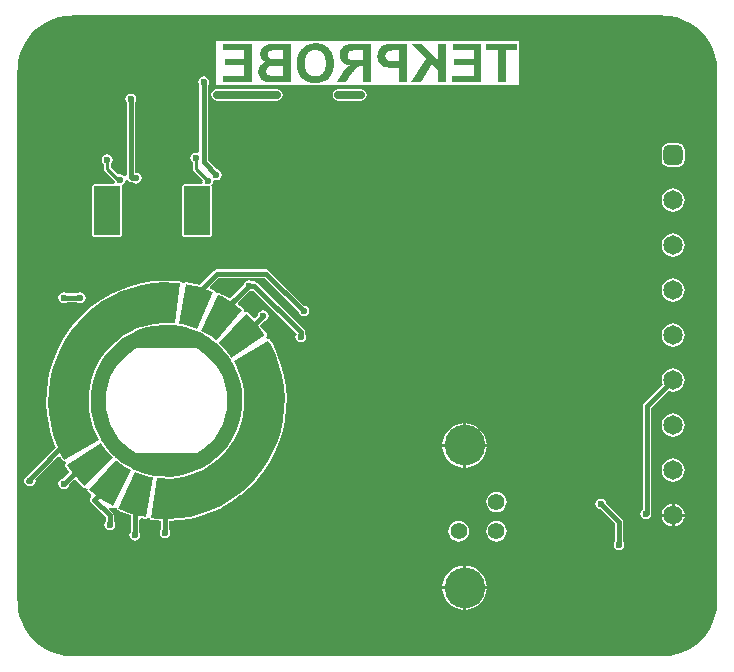
<source format=gbl>
G04*
G04 #@! TF.GenerationSoftware,Altium Limited,Altium Designer,20.0.13 (296)*
G04*
G04 Layer_Physical_Order=2*
G04 Layer_Color=16711680*
%FSLAX25Y25*%
%MOIN*%
G70*
G01*
G75*
%ADD16C,0.03937*%
%ADD42C,0.00945*%
%ADD43C,0.02500*%
%ADD45C,0.01500*%
%ADD47C,0.05591*%
%ADD48C,0.13583*%
%ADD49C,0.06496*%
G04:AMPARAMS|DCode=50|XSize=64.96mil|YSize=64.96mil|CornerRadius=16.24mil|HoleSize=0mil|Usage=FLASHONLY|Rotation=270.000|XOffset=0mil|YOffset=0mil|HoleType=Round|Shape=RoundedRectangle|*
%AMROUNDEDRECTD50*
21,1,0.06496,0.03248,0,0,270.0*
21,1,0.03248,0.06496,0,0,270.0*
1,1,0.03248,-0.01624,-0.01624*
1,1,0.03248,-0.01624,0.01624*
1,1,0.03248,0.01624,0.01624*
1,1,0.03248,0.01624,-0.01624*
%
%ADD50ROUNDEDRECTD50*%
%ADD51C,0.23622*%
%ADD52C,0.01968*%
%ADD53C,0.02362*%
G36*
X215739Y215016D02*
X216538Y215016D01*
Y215006D01*
X216539Y215006D01*
X217324Y214973D01*
X218911Y214869D01*
X221242Y214405D01*
X223493Y213641D01*
X225624Y212590D01*
X227601Y211269D01*
X229387Y209702D01*
X230955Y207916D01*
X232275Y205939D01*
X233326Y203808D01*
X234090Y201557D01*
X234554Y199226D01*
X234658Y197640D01*
X234691Y196853D01*
X234691Y196853D01*
X234701D01*
X234701Y196054D01*
Y20481D01*
X234701Y19713D01*
X234693Y19705D01*
X234691Y19695D01*
X234691Y19695D01*
Y19689D01*
X234669Y19169D01*
X234658Y18895D01*
X234554Y17309D01*
X234090Y14978D01*
X233326Y12728D01*
X232275Y10596D01*
X230955Y8620D01*
X229387Y6833D01*
X227601Y5266D01*
X225624Y3946D01*
X223493Y2894D01*
X221242Y2130D01*
X218911Y1667D01*
X217325Y1563D01*
X216539Y1529D01*
X216538Y1529D01*
Y1520D01*
X20471D01*
X19682Y1520D01*
Y1529D01*
X19672Y1528D01*
X18889Y1563D01*
X17309Y1667D01*
X14978Y2130D01*
X12728Y2894D01*
X10596Y3946D01*
X8620Y5266D01*
X6833Y6833D01*
X5266Y8620D01*
X3946Y10596D01*
X2894Y12728D01*
X2130Y14978D01*
X1667Y17309D01*
X1563Y18896D01*
X1529Y19682D01*
X1529Y19682D01*
X1520D01*
X1520Y196054D01*
X1520Y196853D01*
X1529D01*
X1529Y196853D01*
X1563Y197640D01*
X1667Y199226D01*
X2130Y201557D01*
X2894Y203808D01*
X3946Y205939D01*
X5266Y207916D01*
X6833Y209702D01*
X8620Y211269D01*
X10596Y212590D01*
X12728Y213641D01*
X14978Y214405D01*
X17309Y214869D01*
X18889Y214972D01*
X19672Y215008D01*
X19682Y215006D01*
Y215016D01*
X20471Y215016D01*
X215739D01*
D02*
G37*
%LPC*%
G36*
X168600Y206378D02*
X67801D01*
Y191900D01*
X168600D01*
Y206378D01*
D02*
G37*
G36*
X116000Y190386D02*
X108500D01*
X107778Y190243D01*
X107166Y189834D01*
X106757Y189222D01*
X106614Y188500D01*
X106757Y187778D01*
X107166Y187166D01*
X107778Y186757D01*
X108500Y186614D01*
X116000D01*
X116722Y186757D01*
X117334Y187166D01*
X117743Y187778D01*
X117886Y188500D01*
X117743Y189222D01*
X117334Y189834D01*
X116722Y190243D01*
X116000Y190386D01*
D02*
G37*
G36*
X68000Y190517D02*
X67278Y190374D01*
X66666Y189965D01*
X66257Y189353D01*
X66114Y188631D01*
Y188500D01*
X66257Y187778D01*
X66666Y187166D01*
X67278Y186757D01*
X68000Y186614D01*
X88000D01*
X88722Y186757D01*
X89334Y187166D01*
X89743Y187778D01*
X89886Y188500D01*
X89743Y189222D01*
X89334Y189834D01*
X88722Y190243D01*
X88000Y190386D01*
X68659D01*
X68000Y190517D01*
D02*
G37*
G36*
X63541Y194750D02*
X62846Y194611D01*
X62257Y194218D01*
X61863Y193629D01*
X61725Y192934D01*
X61863Y192239D01*
X62164Y191788D01*
Y169753D01*
X61364Y169244D01*
X61000Y169316D01*
X60305Y169178D01*
X59716Y168784D01*
X59322Y168195D01*
X59184Y167500D01*
X59322Y166805D01*
X59716Y166216D01*
X59907Y166088D01*
Y164000D01*
X59907Y164000D01*
X59990Y163582D01*
X60227Y163227D01*
X63229Y160225D01*
X63184Y160000D01*
X63252Y159657D01*
X62732Y158857D01*
X57054Y158857D01*
X56595Y158667D01*
X56405Y158208D01*
X56405Y141716D01*
X56595Y141257D01*
X57054Y141066D01*
X65695D01*
X66154Y141257D01*
X66344Y141716D01*
X66344Y158208D01*
X66167Y158637D01*
X66284Y158716D01*
X66678Y159305D01*
X66729Y159565D01*
X67012Y160036D01*
X67598Y160145D01*
X67827Y160100D01*
X68522Y160238D01*
X69111Y160632D01*
X69505Y161221D01*
X69643Y161916D01*
X69505Y162611D01*
X69111Y163200D01*
X68522Y163594D01*
X67990Y163699D01*
X64917Y166772D01*
Y191788D01*
X65219Y192239D01*
X65357Y192934D01*
X65219Y193629D01*
X64825Y194218D01*
X64236Y194611D01*
X63541Y194750D01*
D02*
G37*
G36*
X221715Y172392D02*
X218466D01*
X217599Y172219D01*
X216863Y171727D01*
X216372Y170992D01*
X216199Y170124D01*
Y166876D01*
X216372Y166008D01*
X216863Y165273D01*
X217599Y164781D01*
X218466Y164608D01*
X221715D01*
X222582Y164781D01*
X223318Y165273D01*
X223810Y166008D01*
X223982Y166876D01*
Y170124D01*
X223810Y170992D01*
X223318Y171727D01*
X222582Y172219D01*
X221715Y172392D01*
D02*
G37*
G36*
X39261Y188927D02*
X38566Y188789D01*
X37977Y188395D01*
X37584Y187806D01*
X37445Y187111D01*
X37584Y186416D01*
X37885Y185965D01*
Y161701D01*
X37085Y161458D01*
X37034Y161534D01*
X36445Y161928D01*
X35750Y162066D01*
X35108Y161938D01*
X32594Y164453D01*
Y165671D01*
X32660Y165716D01*
X33054Y166305D01*
X33192Y167000D01*
X33054Y167695D01*
X32660Y168284D01*
X32071Y168678D01*
X31376Y168816D01*
X30681Y168678D01*
X30092Y168284D01*
X29699Y167695D01*
X29560Y167000D01*
X29699Y166305D01*
X30092Y165716D01*
X30406Y165506D01*
Y164000D01*
X30406Y164000D01*
X30490Y163582D01*
X30727Y163227D01*
X33991Y159962D01*
X34052Y159657D01*
X33973Y159416D01*
X33576Y158857D01*
X27054Y158857D01*
X26595Y158667D01*
X26405Y158208D01*
X26405Y141716D01*
X26595Y141257D01*
X27054Y141066D01*
X35695D01*
X36154Y141257D01*
X36344Y141716D01*
X36344Y158208D01*
X36303Y158307D01*
X36445Y158572D01*
X37034Y158966D01*
X37428Y159555D01*
X37496Y159899D01*
X38081Y160087D01*
X38350Y160091D01*
X38677Y159765D01*
X39123Y159467D01*
X39650Y159362D01*
X39893D01*
X40344Y159061D01*
X41039Y158922D01*
X41734Y159061D01*
X42323Y159454D01*
X42717Y160043D01*
X42855Y160738D01*
X42717Y161433D01*
X42323Y162022D01*
X41734Y162416D01*
X41039Y162554D01*
X40638Y162883D01*
Y185965D01*
X40939Y186416D01*
X41077Y187111D01*
X40939Y187806D01*
X40545Y188395D01*
X39956Y188789D01*
X39261Y188927D01*
D02*
G37*
G36*
X220091Y157381D02*
X219086Y157249D01*
X218150Y156861D01*
X217346Y156244D01*
X216729Y155441D01*
X216342Y154505D01*
X216209Y153500D01*
X216342Y152496D01*
X216729Y151559D01*
X217346Y150756D01*
X218150Y150139D01*
X219086Y149751D01*
X220091Y149619D01*
X221095Y149751D01*
X222031Y150139D01*
X222835Y150756D01*
X223452Y151559D01*
X223839Y152496D01*
X223972Y153500D01*
X223839Y154505D01*
X223452Y155441D01*
X222835Y156244D01*
X222031Y156861D01*
X221095Y157249D01*
X220091Y157381D01*
D02*
G37*
G36*
Y142381D02*
X219086Y142249D01*
X218150Y141861D01*
X217346Y141244D01*
X216729Y140441D01*
X216342Y139505D01*
X216209Y138500D01*
X216342Y137496D01*
X216729Y136559D01*
X217346Y135756D01*
X218150Y135139D01*
X219086Y134751D01*
X220091Y134619D01*
X221095Y134751D01*
X222031Y135139D01*
X222835Y135756D01*
X223452Y136559D01*
X223839Y137496D01*
X223972Y138500D01*
X223839Y139505D01*
X223452Y140441D01*
X222835Y141244D01*
X222031Y141861D01*
X221095Y142249D01*
X220091Y142381D01*
D02*
G37*
G36*
X22500Y122816D02*
X21805Y122678D01*
X21354Y122376D01*
X18146D01*
X17695Y122678D01*
X17000Y122816D01*
X16305Y122678D01*
X15716Y122284D01*
X15322Y121695D01*
X15184Y121000D01*
X15322Y120305D01*
X15716Y119716D01*
X16305Y119322D01*
X17000Y119184D01*
X17695Y119322D01*
X18146Y119623D01*
X21354D01*
X21805Y119322D01*
X22500Y119184D01*
X23195Y119322D01*
X23784Y119716D01*
X24178Y120305D01*
X24316Y121000D01*
X24178Y121695D01*
X23784Y122284D01*
X23195Y122678D01*
X22500Y122816D01*
D02*
G37*
G36*
X220091Y127381D02*
X219086Y127249D01*
X218150Y126861D01*
X217346Y126244D01*
X216729Y125441D01*
X216342Y124504D01*
X216209Y123500D01*
X216342Y122495D01*
X216729Y121559D01*
X217346Y120756D01*
X218150Y120139D01*
X219086Y119751D01*
X220091Y119619D01*
X221095Y119751D01*
X222031Y120139D01*
X222835Y120756D01*
X223452Y121559D01*
X223839Y122495D01*
X223972Y123500D01*
X223839Y124504D01*
X223452Y125441D01*
X222835Y126244D01*
X222031Y126861D01*
X221095Y127249D01*
X220091Y127381D01*
D02*
G37*
G36*
X67917Y130377D02*
X67391Y130272D01*
X66944Y129973D01*
X66944Y129973D01*
X62112Y125141D01*
X61310Y125376D01*
X61289Y125374D01*
X61272Y125386D01*
X58967Y125914D01*
X58947Y125910D01*
X58929Y125921D01*
X57780Y126113D01*
X57763Y126116D01*
X57762Y126116D01*
X57762Y126116D01*
X57762Y126116D01*
X57762Y126116D01*
X57757Y126117D01*
X57757Y126117D01*
X57651Y126092D01*
X57625Y126103D01*
X57601Y126093D01*
X57504Y126109D01*
X57504Y126109D01*
X57494Y126106D01*
X57494Y126106D01*
X57485Y126100D01*
X57485Y126100D01*
X57389Y126031D01*
X57266Y126003D01*
X57263Y126002D01*
X57263Y126002D01*
X57255Y125996D01*
X57255Y125996D01*
X57249Y125987D01*
X57248Y125987D01*
X57214Y125933D01*
X57166Y125912D01*
X57142Y125855D01*
X57089Y125817D01*
X56298Y125895D01*
X56280Y125897D01*
X56270Y125921D01*
X56211Y126127D01*
X56177Y126146D01*
X56161Y126183D01*
X55964Y126265D01*
Y126265D01*
X55946Y126275D01*
X55777Y126369D01*
X53977Y126577D01*
X53947Y126568D01*
X53918Y126581D01*
X50295Y126665D01*
X50266Y126653D01*
X50235Y126663D01*
X46621Y126414D01*
X46592Y126400D01*
X46561Y126407D01*
X42985Y125827D01*
X42958Y125811D01*
X42926Y125815D01*
X39418Y124909D01*
X39393Y124890D01*
X39361Y124891D01*
X35951Y123667D01*
X35927Y123645D01*
X35896Y123644D01*
X32612Y122111D01*
X32591Y122088D01*
X32560Y122084D01*
X29431Y120256D01*
X29412Y120231D01*
X29381Y120224D01*
X26433Y118116D01*
X26416Y118089D01*
X26386Y118079D01*
X23645Y115710D01*
X23630Y115682D01*
X23601Y115669D01*
X21089Y113058D01*
X21077Y113029D01*
X21049Y113014D01*
X18788Y110183D01*
X18779Y110153D01*
X18752Y110135D01*
X16760Y107108D01*
X16754Y107077D01*
X16729Y107057D01*
X15023Y103861D01*
X15020Y103829D01*
X14997Y103807D01*
X13592Y100467D01*
X13592Y100435D01*
X13571Y100411D01*
X12479Y96956D01*
X12481Y96925D01*
X12463Y96899D01*
X11692Y93358D01*
X11698Y93327D01*
X11682Y93300D01*
X11240Y89703D01*
X11248Y89673D01*
X11235Y89644D01*
X11125Y86022D01*
X11136Y85992D01*
X11126Y85962D01*
X11349Y82346D01*
X11363Y82317D01*
X11355Y82286D01*
X11909Y78706D01*
X11925Y78679D01*
X11921Y78647D01*
X12801Y75132D01*
X12820Y75107D01*
X12818Y75075D01*
X14018Y71656D01*
X14039Y71632D01*
X14040Y71601D01*
X14272Y71095D01*
X4538Y61361D01*
X4430Y61289D01*
X4358Y61181D01*
X4141Y60964D01*
X3843Y60518D01*
X3738Y59991D01*
X3843Y59464D01*
X4141Y59018D01*
X4306Y58908D01*
X4430Y58721D01*
X5020Y58327D01*
X5714Y58189D01*
X6409Y58327D01*
X6999Y58721D01*
X7392Y59310D01*
X7530Y60005D01*
X7455Y60385D01*
X14898Y67828D01*
X15897Y67695D01*
X16478Y66682D01*
X16872Y66379D01*
X17196Y66421D01*
X17223Y66391D01*
X17602Y65768D01*
X17616Y65730D01*
X17430Y65462D01*
X17518Y64973D01*
X18151Y63988D01*
X18168Y63976D01*
X18173Y63956D01*
X18948Y62895D01*
X16837Y60784D01*
X16305Y60678D01*
X15716Y60284D01*
X15322Y59695D01*
X15184Y59000D01*
X15322Y58305D01*
X15716Y57716D01*
X16305Y57322D01*
X17000Y57184D01*
X17695Y57322D01*
X18284Y57716D01*
X18678Y58305D01*
X18784Y58837D01*
X20244Y60298D01*
X20793Y60272D01*
X21183Y60105D01*
X22687Y58489D01*
X22706Y58480D01*
X22715Y58461D01*
X23561Y57654D01*
X23695Y57602D01*
X23787Y57566D01*
X23787D01*
X24010Y57474D01*
X24017Y57477D01*
X24025Y57474D01*
X24325Y57603D01*
X24348Y57589D01*
X24846Y57149D01*
X24918Y57051D01*
X24820Y56753D01*
X24895Y56605D01*
X25043Y56309D01*
X25895Y55575D01*
X25973Y55467D01*
X26063Y55257D01*
X26104Y54652D01*
X26027Y54575D01*
X25728Y54128D01*
X25624Y53601D01*
X25728Y53075D01*
X26027Y52628D01*
X30864Y47790D01*
Y46405D01*
X30563Y45954D01*
X30425Y45259D01*
X30563Y44564D01*
X30957Y43975D01*
X31546Y43581D01*
X32241Y43443D01*
X32936Y43581D01*
X33525Y43975D01*
X33919Y44564D01*
X34057Y45259D01*
X33919Y45954D01*
X33617Y46405D01*
Y48360D01*
X33512Y48887D01*
X33214Y49334D01*
X33214Y49334D01*
X31948Y50600D01*
X32424Y51255D01*
X33066Y50930D01*
X33218Y50918D01*
X33360Y50859D01*
X33360Y50859D01*
X33457Y50899D01*
X33561Y50891D01*
X33677Y50991D01*
X33782Y51034D01*
X33782Y51034D01*
X34538Y50723D01*
X34538Y50723D01*
X34530Y50429D01*
X34872Y50069D01*
X35957Y49584D01*
X35978Y49584D01*
X35993Y49570D01*
X38218Y48734D01*
X38239Y48734D01*
X38255Y48721D01*
X39278Y48406D01*
Y42958D01*
X38976Y42507D01*
X38838Y41812D01*
X38976Y41117D01*
X39370Y40528D01*
X39959Y40134D01*
X40654Y39996D01*
X41349Y40134D01*
X41938Y40528D01*
X42332Y41117D01*
X42470Y41812D01*
X42332Y42507D01*
X42031Y42958D01*
Y47006D01*
X42660Y47500D01*
X42873Y47449D01*
X42893Y47452D01*
X42911Y47440D01*
X43917Y47259D01*
X44080Y47230D01*
X44081Y47230D01*
X44140Y47243D01*
X44196Y47219D01*
X44376Y47294D01*
X44566Y47335D01*
X44566Y47335D01*
X44599Y47386D01*
X44655Y47409D01*
X45433Y47512D01*
X45504Y47501D01*
X45542Y47486D01*
X45627Y47171D01*
X46058Y46924D01*
X47877Y46689D01*
X47908Y46698D01*
X47937Y46684D01*
X49296Y46636D01*
Y43725D01*
X48994Y43273D01*
X48856Y42579D01*
X48994Y41884D01*
X49388Y41295D01*
X49977Y40901D01*
X50672Y40763D01*
X51367Y40901D01*
X51956Y41295D01*
X52350Y41884D01*
X52488Y42579D01*
X52350Y43273D01*
X52049Y43725D01*
Y46578D01*
X55323Y46767D01*
X55352Y46781D01*
X55383Y46774D01*
X59009Y47325D01*
X59036Y47341D01*
X59068Y47337D01*
X62627Y48223D01*
X62653Y48242D01*
X62685Y48240D01*
X66146Y49453D01*
X66170Y49474D01*
X66202Y49475D01*
X69535Y51004D01*
X69557Y51028D01*
X69589Y51032D01*
X72765Y52864D01*
X72785Y52890D01*
X72816Y52897D01*
X75809Y55017D01*
X75826Y55044D01*
X75857Y55054D01*
X78639Y57443D01*
X78654Y57471D01*
X78683Y57484D01*
X81232Y60121D01*
X81243Y60151D01*
X81272Y60166D01*
X83564Y63029D01*
X83573Y63060D01*
X83600Y63078D01*
X85616Y66141D01*
X85622Y66172D01*
X85647Y66193D01*
X87370Y69430D01*
X87373Y69462D01*
X87396Y69485D01*
X88810Y72868D01*
X88810Y72900D01*
X88831Y72925D01*
X89925Y76425D01*
X89922Y76457D01*
X89941Y76484D01*
X90705Y80070D01*
X90699Y80102D01*
X90714Y80130D01*
X91142Y83772D01*
X91133Y83803D01*
X91146Y83833D01*
X91233Y87499D01*
X91221Y87529D01*
X91232Y87559D01*
X90977Y91217D01*
X90963Y91246D01*
X90970Y91277D01*
X90377Y94897D01*
X90360Y94924D01*
X90365Y94956D01*
X89438Y98504D01*
X89418Y98529D01*
X89420Y98562D01*
X88167Y102008D01*
X88145Y102032D01*
X88144Y102064D01*
X86576Y105379D01*
X86552Y105401D01*
X86548Y105433D01*
X85613Y107010D01*
Y107010D01*
X85546Y107061D01*
X85514Y107138D01*
X85354Y107205D01*
X85215Y107308D01*
X85132Y107296D01*
X85054Y107329D01*
X84895Y107262D01*
X84892Y107262D01*
X84878Y107277D01*
X84500Y107965D01*
X84540Y108062D01*
X84645Y108218D01*
X84632Y108284D01*
X84658Y108347D01*
X84587Y108521D01*
X84551Y108706D01*
X83894Y109698D01*
X83876Y109710D01*
X83871Y109730D01*
X82439Y111632D01*
X82785Y112338D01*
X83663Y113216D01*
X84195Y113322D01*
X84784Y113716D01*
X85178Y114305D01*
X85316Y115000D01*
X85178Y115695D01*
X84784Y116284D01*
X84195Y116678D01*
X83500Y116816D01*
X82805Y116678D01*
X82216Y116284D01*
X81822Y115695D01*
X81716Y115163D01*
X80862Y114309D01*
X80063Y114317D01*
X79194Y115220D01*
X79174Y115228D01*
X79166Y115247D01*
X78290Y116054D01*
X77823Y116225D01*
X77485Y116068D01*
X77363Y116140D01*
X77047Y116400D01*
X76876Y116601D01*
X76909Y116705D01*
X76978Y116928D01*
X76978Y116929D01*
X76978Y116929D01*
X76860Y117154D01*
X76747Y117368D01*
X76747Y117368D01*
X76747Y117369D01*
X75848Y118116D01*
X75828Y118122D01*
X75817Y118140D01*
X75089Y118675D01*
X75029Y119473D01*
X78756Y123200D01*
X79288Y123306D01*
X79739Y123608D01*
X79946D01*
X94555Y108998D01*
Y108989D01*
X94254Y108538D01*
X94116Y107843D01*
X94254Y107148D01*
X94648Y106559D01*
X95237Y106166D01*
X95932Y106027D01*
X96627Y106166D01*
X97216Y106559D01*
X97609Y107148D01*
X97748Y107843D01*
X97609Y108538D01*
X97308Y108989D01*
Y109568D01*
X97203Y110095D01*
X96905Y110542D01*
X81489Y125957D01*
X81043Y126256D01*
X80516Y126360D01*
X79739D01*
X79288Y126662D01*
X78593Y126800D01*
X77898Y126662D01*
X77309Y126268D01*
X76915Y125679D01*
X76809Y125147D01*
X72641Y120979D01*
X71905Y120839D01*
X69870Y121991D01*
X69849Y121994D01*
X69835Y122009D01*
X68785Y122524D01*
X68785Y122524D01*
X68785Y122524D01*
X68637Y122534D01*
X68499Y122591D01*
X68499Y122590D01*
X68398Y122549D01*
X68289Y122556D01*
X68289Y122555D01*
X68289Y122555D01*
X68177Y122457D01*
X68084Y122419D01*
X67457Y122723D01*
X67377Y122797D01*
X67374Y122800D01*
X67374Y122806D01*
X67328Y122915D01*
X67332Y123012D01*
X67325Y123019D01*
X67325Y123028D01*
X67325Y123028D01*
X67325Y123050D01*
X67321Y123060D01*
X67231Y123150D01*
X67183Y123268D01*
X67176Y123275D01*
Y123275D01*
X67058Y123325D01*
X66969Y123417D01*
X66965Y123419D01*
X66965Y123419D01*
X65878Y123885D01*
X65724Y124052D01*
X65576Y124712D01*
X68488Y127624D01*
X83930D01*
X95216Y116337D01*
X95322Y115805D01*
X95716Y115216D01*
X96305Y114822D01*
X97000Y114684D01*
X97695Y114822D01*
X98284Y115216D01*
X98678Y115805D01*
X98816Y116500D01*
X98678Y117195D01*
X98284Y117784D01*
X97695Y118178D01*
X97163Y118284D01*
X85473Y129973D01*
X85027Y130272D01*
X84500Y130376D01*
X67917D01*
X67917Y130377D01*
D02*
G37*
G36*
X220091Y112381D02*
X219086Y112249D01*
X218150Y111861D01*
X217346Y111244D01*
X216729Y110441D01*
X216342Y109504D01*
X216209Y108500D01*
X216342Y107495D01*
X216729Y106559D01*
X217346Y105756D01*
X218150Y105139D01*
X219086Y104751D01*
X220091Y104619D01*
X221095Y104751D01*
X222031Y105139D01*
X222835Y105756D01*
X223452Y106559D01*
X223839Y107495D01*
X223972Y108500D01*
X223839Y109504D01*
X223452Y110441D01*
X222835Y111244D01*
X222031Y111861D01*
X221095Y112249D01*
X220091Y112381D01*
D02*
G37*
G36*
Y97381D02*
X219086Y97249D01*
X218150Y96861D01*
X217346Y96244D01*
X216729Y95441D01*
X216342Y94504D01*
X216209Y93500D01*
X216342Y92496D01*
X216575Y91931D01*
X210431Y85787D01*
X210132Y85340D01*
X210028Y84813D01*
Y50374D01*
X209712Y50163D01*
X209318Y49574D01*
X209180Y48879D01*
X209318Y48184D01*
X209712Y47595D01*
X210301Y47201D01*
X210996Y47063D01*
X211691Y47201D01*
X212280Y47595D01*
X212674Y48184D01*
X212812Y48879D01*
X212767Y49104D01*
X212780Y49171D01*
Y84243D01*
X218522Y89985D01*
X219086Y89751D01*
X220091Y89619D01*
X221095Y89751D01*
X222031Y90139D01*
X222835Y90756D01*
X223452Y91559D01*
X223839Y92496D01*
X223972Y93500D01*
X223839Y94504D01*
X223452Y95441D01*
X222835Y96244D01*
X222031Y96861D01*
X221095Y97249D01*
X220091Y97381D01*
D02*
G37*
G36*
Y82381D02*
X219086Y82249D01*
X218150Y81861D01*
X217346Y81244D01*
X216729Y80441D01*
X216342Y79505D01*
X216209Y78500D01*
X216342Y77495D01*
X216729Y76559D01*
X217346Y75756D01*
X218150Y75139D01*
X219086Y74751D01*
X220091Y74619D01*
X221095Y74751D01*
X222031Y75139D01*
X222835Y75756D01*
X223452Y76559D01*
X223839Y77495D01*
X223972Y78500D01*
X223839Y79505D01*
X223452Y80441D01*
X222835Y81244D01*
X222031Y81861D01*
X221095Y82249D01*
X220091Y82381D01*
D02*
G37*
G36*
X151035Y79079D02*
Y72201D01*
X157913D01*
X157820Y73150D01*
X157397Y74543D01*
X156711Y75827D01*
X155787Y76952D01*
X154662Y77876D01*
X153378Y78562D01*
X151984Y78985D01*
X151035Y79079D01*
D02*
G37*
G36*
X150035Y79079D02*
X149086Y78985D01*
X147693Y78562D01*
X146409Y77876D01*
X145284Y76952D01*
X144360Y75827D01*
X143674Y74543D01*
X143251Y73150D01*
X143158Y72201D01*
X150035D01*
Y79079D01*
D02*
G37*
G36*
Y71201D02*
X143158D01*
X143251Y70252D01*
X143674Y68858D01*
X144360Y67574D01*
X145284Y66449D01*
X146409Y65525D01*
X147693Y64839D01*
X149086Y64416D01*
X150035Y64323D01*
Y71201D01*
D02*
G37*
G36*
X157913D02*
X151035D01*
Y64323D01*
X151984Y64416D01*
X153378Y64839D01*
X154662Y65525D01*
X155787Y66449D01*
X156711Y67574D01*
X157397Y68858D01*
X157820Y70252D01*
X157913Y71201D01*
D02*
G37*
G36*
X220091Y67381D02*
X219086Y67249D01*
X218150Y66861D01*
X217346Y66244D01*
X216729Y65441D01*
X216342Y64504D01*
X216209Y63500D01*
X216342Y62495D01*
X216729Y61559D01*
X217346Y60756D01*
X218150Y60139D01*
X219086Y59751D01*
X220091Y59619D01*
X221095Y59751D01*
X222031Y60139D01*
X222835Y60756D01*
X223452Y61559D01*
X223839Y62495D01*
X223972Y63500D01*
X223839Y64504D01*
X223452Y65441D01*
X222835Y66244D01*
X222031Y66861D01*
X221095Y67249D01*
X220091Y67381D01*
D02*
G37*
G36*
X161165Y56346D02*
X160279Y56229D01*
X159453Y55887D01*
X158744Y55343D01*
X158200Y54633D01*
X157858Y53807D01*
X157741Y52921D01*
X157858Y52035D01*
X158200Y51209D01*
X158744Y50500D01*
X159453Y49955D01*
X160279Y49613D01*
X161165Y49497D01*
X162052Y49613D01*
X162878Y49955D01*
X163587Y50500D01*
X164131Y51209D01*
X164473Y52035D01*
X164590Y52921D01*
X164473Y53807D01*
X164131Y54633D01*
X163587Y55343D01*
X162878Y55887D01*
X162052Y56229D01*
X161165Y56346D01*
D02*
G37*
G36*
X220590Y52315D02*
Y49000D01*
X223906D01*
X223839Y49505D01*
X223452Y50441D01*
X222835Y51244D01*
X222031Y51861D01*
X221095Y52249D01*
X220590Y52315D01*
D02*
G37*
G36*
X219590Y52315D02*
X219086Y52249D01*
X218150Y51861D01*
X217346Y51244D01*
X216729Y50441D01*
X216342Y49505D01*
X216275Y49000D01*
X219590D01*
Y52315D01*
D02*
G37*
G36*
Y48000D02*
X216275D01*
X216342Y47495D01*
X216729Y46559D01*
X217346Y45756D01*
X218150Y45139D01*
X219086Y44751D01*
X219590Y44685D01*
Y48000D01*
D02*
G37*
G36*
X223906D02*
X220590D01*
Y44685D01*
X221095Y44751D01*
X222031Y45139D01*
X222835Y45756D01*
X223452Y46559D01*
X223839Y47495D01*
X223906Y48000D01*
D02*
G37*
G36*
X161165Y46503D02*
X160279Y46387D01*
X159453Y46044D01*
X158744Y45500D01*
X158200Y44791D01*
X157858Y43965D01*
X157741Y43079D01*
X157858Y42192D01*
X158200Y41366D01*
X158744Y40657D01*
X159453Y40113D01*
X160279Y39771D01*
X161165Y39654D01*
X162052Y39771D01*
X162878Y40113D01*
X163587Y40657D01*
X164131Y41366D01*
X164473Y42192D01*
X164590Y43079D01*
X164473Y43965D01*
X164131Y44791D01*
X163587Y45500D01*
X162878Y46044D01*
X162052Y46387D01*
X161165Y46503D01*
D02*
G37*
G36*
X148567D02*
X147681Y46387D01*
X146855Y46044D01*
X146145Y45500D01*
X145601Y44791D01*
X145259Y43965D01*
X145142Y43079D01*
X145259Y42192D01*
X145601Y41366D01*
X146145Y40657D01*
X146855Y40113D01*
X147681Y39771D01*
X148567Y39654D01*
X149453Y39771D01*
X150279Y40113D01*
X150988Y40657D01*
X151533Y41366D01*
X151875Y42192D01*
X151991Y43079D01*
X151875Y43965D01*
X151533Y44791D01*
X150988Y45500D01*
X150279Y46044D01*
X149453Y46387D01*
X148567Y46503D01*
D02*
G37*
G36*
X195941Y54007D02*
X195246Y53869D01*
X194657Y53475D01*
X194263Y52886D01*
X194125Y52191D01*
X194263Y51496D01*
X194657Y50907D01*
X195246Y50513D01*
X195892Y50384D01*
X200634Y45642D01*
Y39765D01*
X200333Y39314D01*
X200195Y38619D01*
X200333Y37924D01*
X200727Y37335D01*
X201316Y36941D01*
X202011Y36803D01*
X202706Y36941D01*
X203295Y37335D01*
X203689Y37924D01*
X203827Y38619D01*
X203689Y39314D01*
X203387Y39765D01*
Y46212D01*
X203282Y46739D01*
X202984Y47186D01*
X197701Y52468D01*
X197618Y52886D01*
X197225Y53475D01*
X196635Y53869D01*
X195941Y54007D01*
D02*
G37*
G36*
X151035Y31677D02*
Y24799D01*
X157913D01*
X157820Y25748D01*
X157397Y27141D01*
X156711Y28425D01*
X155787Y29551D01*
X154662Y30474D01*
X153378Y31161D01*
X151984Y31583D01*
X151035Y31677D01*
D02*
G37*
G36*
X150035D02*
X149086Y31583D01*
X147693Y31161D01*
X146409Y30474D01*
X145284Y29551D01*
X144360Y28425D01*
X143674Y27141D01*
X143251Y25748D01*
X143158Y24799D01*
X150035D01*
Y31677D01*
D02*
G37*
G36*
X157913Y23799D02*
X151035D01*
Y16921D01*
X151984Y17015D01*
X153378Y17437D01*
X154662Y18124D01*
X155787Y19047D01*
X156711Y20173D01*
X157397Y21457D01*
X157820Y22850D01*
X157913Y23799D01*
D02*
G37*
G36*
X150035D02*
X143158D01*
X143251Y22850D01*
X143674Y21457D01*
X144360Y20173D01*
X145284Y19047D01*
X146409Y18124D01*
X147693Y17437D01*
X149086Y17015D01*
X150035Y16921D01*
Y23799D01*
D02*
G37*
%LPD*%
G36*
X144226Y192733D02*
X141644D01*
Y196598D01*
X139545Y198748D01*
X136013Y192733D01*
X132664D01*
X137762Y200563D01*
X132914Y205545D01*
X136396D01*
X141644Y199847D01*
Y205545D01*
X144226D01*
Y192733D01*
D02*
G37*
G36*
X168000Y203379D02*
X164201D01*
Y192733D01*
X161619D01*
Y203379D01*
X157837D01*
Y205545D01*
X168000D01*
Y203379D01*
D02*
G37*
G36*
X156155Y192733D02*
X146425D01*
Y194899D01*
X153572D01*
Y198381D01*
X147158D01*
Y200547D01*
X153572D01*
Y203379D01*
X146675D01*
Y205545D01*
X156155D01*
Y192733D01*
D02*
G37*
G36*
X131298D02*
X128716D01*
Y197565D01*
X126716D01*
X126417Y197581D01*
X126133D01*
X125883Y197598D01*
X125634Y197615D01*
X125417Y197631D01*
X125217Y197648D01*
X125050Y197665D01*
X124884Y197681D01*
X124751Y197698D01*
X124634D01*
X124534Y197715D01*
X124467Y197731D01*
X124417Y197748D01*
X124367D01*
X124118Y197815D01*
X123868Y197898D01*
X123651Y197998D01*
X123451Y198098D01*
X123268Y198198D01*
X123151Y198281D01*
X123068Y198331D01*
X123035Y198348D01*
X122801Y198531D01*
X122585Y198748D01*
X122402Y198947D01*
X122235Y199164D01*
X122102Y199331D01*
X122018Y199480D01*
X121952Y199581D01*
X121935Y199597D01*
Y199614D01*
X121785Y199930D01*
X121685Y200264D01*
X121602Y200597D01*
X121552Y200913D01*
X121519Y201180D01*
Y201296D01*
X121502Y201396D01*
Y201480D01*
Y201546D01*
Y201580D01*
Y201596D01*
Y201880D01*
X121535Y202146D01*
X121619Y202629D01*
X121669Y202863D01*
X121735Y203062D01*
X121802Y203246D01*
X121869Y203429D01*
X121952Y203579D01*
X122018Y203712D01*
X122085Y203829D01*
X122135Y203929D01*
X122185Y203995D01*
X122218Y204045D01*
X122235Y204079D01*
X122252Y204095D01*
X122552Y204429D01*
X122851Y204695D01*
X123168Y204912D01*
X123451Y205078D01*
X123701Y205212D01*
X123818Y205245D01*
X123901Y205278D01*
X123984Y205311D01*
X124034Y205328D01*
X124068Y205345D01*
X124084D01*
X124234Y205378D01*
X124417Y205412D01*
X124634Y205445D01*
X124867Y205462D01*
X125367Y205495D01*
X125900Y205528D01*
X126383D01*
X126600Y205545D01*
X131298D01*
Y192733D01*
D02*
G37*
G36*
X119369D02*
X116787D01*
Y198081D01*
X115954D01*
X115688Y198064D01*
X115471Y198031D01*
X115288Y198014D01*
X115138Y197981D01*
X115055Y197948D01*
X114988Y197931D01*
X114971D01*
X114821Y197864D01*
X114671Y197781D01*
X114538Y197698D01*
X114421Y197615D01*
X114321Y197531D01*
X114255Y197465D01*
X114205Y197415D01*
X114188Y197398D01*
X114105Y197315D01*
X114022Y197215D01*
X113922Y197081D01*
X113822Y196948D01*
X113588Y196632D01*
X113372Y196315D01*
X113155Y196015D01*
X113072Y195882D01*
X112989Y195749D01*
X112922Y195649D01*
X112872Y195582D01*
X112839Y195532D01*
X112822Y195516D01*
X110956Y192733D01*
X107857D01*
X109423Y195232D01*
X109590Y195499D01*
X109757Y195749D01*
X109907Y195982D01*
X110040Y196182D01*
X110173Y196365D01*
X110306Y196532D01*
X110406Y196682D01*
X110506Y196815D01*
X110606Y196932D01*
X110690Y197031D01*
X110806Y197181D01*
X110873Y197265D01*
X110906Y197298D01*
X111123Y197515D01*
X111339Y197715D01*
X111573Y197898D01*
X111789Y198064D01*
X111989Y198198D01*
X112139Y198298D01*
X112256Y198364D01*
X112272Y198381D01*
X112289D01*
X111972Y198431D01*
X111689Y198498D01*
X111423Y198581D01*
X111173Y198664D01*
X110940Y198764D01*
X110740Y198864D01*
X110540Y198964D01*
X110373Y199064D01*
X110223Y199164D01*
X110090Y199264D01*
X109990Y199347D01*
X109907Y199414D01*
X109823Y199480D01*
X109773Y199530D01*
X109757Y199547D01*
X109740Y199564D01*
X109590Y199747D01*
X109457Y199930D01*
X109340Y200130D01*
X109240Y200330D01*
X109090Y200730D01*
X108990Y201113D01*
X108957Y201280D01*
X108940Y201446D01*
X108924Y201580D01*
X108907Y201713D01*
X108890Y201813D01*
Y201880D01*
Y201930D01*
Y201946D01*
X108907Y202363D01*
X108974Y202746D01*
X109074Y203079D01*
X109174Y203379D01*
X109274Y203629D01*
X109324Y203729D01*
X109373Y203812D01*
X109407Y203879D01*
X109440Y203929D01*
X109457Y203945D01*
Y203962D01*
X109690Y204262D01*
X109923Y204528D01*
X110173Y204745D01*
X110423Y204912D01*
X110623Y205045D01*
X110806Y205128D01*
X110873Y205162D01*
X110906Y205178D01*
X110940Y205195D01*
X110956D01*
X111139Y205262D01*
X111339Y205311D01*
X111573Y205362D01*
X111806Y205395D01*
X112306Y205462D01*
X112789Y205495D01*
X113022Y205511D01*
X113239Y205528D01*
X113438D01*
X113605Y205545D01*
X119369D01*
Y192733D01*
D02*
G37*
G36*
X92530D02*
X87732D01*
X87332Y192750D01*
X86649D01*
X86366Y192767D01*
X85883D01*
X85700Y192783D01*
X85533D01*
X85400Y192800D01*
X85200D01*
X85133Y192816D01*
X85066D01*
X84700Y192883D01*
X84367Y192966D01*
X84067Y193050D01*
X83817Y193166D01*
X83617Y193250D01*
X83451Y193333D01*
X83367Y193400D01*
X83334Y193416D01*
X83084Y193616D01*
X82851Y193833D01*
X82667Y194049D01*
X82501Y194266D01*
X82384Y194449D01*
X82284Y194599D01*
X82234Y194699D01*
X82218Y194716D01*
Y194732D01*
X82084Y195049D01*
X81984Y195349D01*
X81901Y195632D01*
X81851Y195899D01*
X81818Y196115D01*
X81801Y196282D01*
Y196349D01*
Y196398D01*
Y196415D01*
Y196432D01*
X81835Y196832D01*
X81901Y197198D01*
X82001Y197531D01*
X82118Y197815D01*
X82234Y198048D01*
X82334Y198214D01*
X82368Y198281D01*
X82401Y198331D01*
X82434Y198348D01*
Y198364D01*
X82701Y198647D01*
X82984Y198897D01*
X83284Y199097D01*
X83567Y199247D01*
X83834Y199381D01*
X83950Y199431D01*
X84034Y199464D01*
X84117Y199497D01*
X84184Y199514D01*
X84217Y199530D01*
X84233D01*
X83934Y199697D01*
X83684Y199864D01*
X83451Y200064D01*
X83267Y200247D01*
X83117Y200413D01*
X83001Y200547D01*
X82934Y200630D01*
X82917Y200663D01*
X82751Y200947D01*
X82634Y201230D01*
X82551Y201513D01*
X82501Y201763D01*
X82451Y201996D01*
X82434Y202163D01*
Y202229D01*
Y202279D01*
Y202296D01*
Y202313D01*
X82451Y202613D01*
X82501Y202896D01*
X82568Y203146D01*
X82634Y203379D01*
X82701Y203562D01*
X82767Y203696D01*
X82817Y203779D01*
X82834Y203812D01*
X82984Y204045D01*
X83151Y204262D01*
X83317Y204445D01*
X83467Y204595D01*
X83617Y204712D01*
X83717Y204812D01*
X83784Y204862D01*
X83817Y204878D01*
X84034Y205012D01*
X84267Y205128D01*
X84500Y205228D01*
X84700Y205295D01*
X84883Y205345D01*
X85017Y205378D01*
X85116Y205412D01*
X85150D01*
X85300Y205428D01*
X85466Y205462D01*
X85816Y205495D01*
X86199Y205511D01*
X86566Y205528D01*
X86899Y205545D01*
X92530D01*
Y192733D01*
D02*
G37*
G36*
X79602D02*
X69873D01*
Y194899D01*
X77020D01*
Y198381D01*
X70606D01*
Y200547D01*
X77020D01*
Y203379D01*
X70122D01*
Y205545D01*
X79602D01*
Y192733D01*
D02*
G37*
G36*
X101360Y205761D02*
X101893Y205695D01*
X102360Y205611D01*
X102576Y205561D01*
X102759Y205528D01*
X102943Y205478D01*
X103093Y205428D01*
X103226Y205378D01*
X103342Y205345D01*
X103443Y205311D01*
X103509Y205278D01*
X103542Y205262D01*
X103559D01*
X103892Y205095D01*
X104192Y204912D01*
X104475Y204728D01*
X104725Y204528D01*
X104925Y204362D01*
X105075Y204229D01*
X105175Y204129D01*
X105192Y204112D01*
X105209Y204095D01*
X105475Y203796D01*
X105708Y203496D01*
X105908Y203212D01*
X106075Y202929D01*
X106208Y202696D01*
X106308Y202513D01*
X106341Y202446D01*
X106375Y202396D01*
X106391Y202363D01*
Y202346D01*
X106591Y201830D01*
X106725Y201263D01*
X106825Y200713D01*
X106908Y200197D01*
X106924Y199964D01*
X106941Y199747D01*
X106958Y199547D01*
Y199381D01*
X106974Y199231D01*
Y199131D01*
Y199064D01*
Y199047D01*
X106958Y198481D01*
X106908Y197965D01*
X106825Y197465D01*
X106708Y196998D01*
X106591Y196565D01*
X106441Y196182D01*
X106291Y195815D01*
X106125Y195499D01*
X105975Y195199D01*
X105825Y194949D01*
X105675Y194732D01*
X105558Y194549D01*
X105442Y194416D01*
X105358Y194316D01*
X105308Y194249D01*
X105292Y194233D01*
X104959Y193933D01*
X104609Y193666D01*
X104242Y193433D01*
X103876Y193233D01*
X103492Y193066D01*
X103126Y192917D01*
X102743Y192816D01*
X102393Y192717D01*
X102060Y192650D01*
X101743Y192600D01*
X101477Y192550D01*
X101227Y192533D01*
X101027Y192517D01*
X100893Y192500D01*
X100760D01*
X100244Y192517D01*
X99761Y192583D01*
X99294Y192667D01*
X98861Y192767D01*
X98461Y192900D01*
X98095Y193050D01*
X97761Y193216D01*
X97462Y193383D01*
X97178Y193533D01*
X96945Y193700D01*
X96745Y193850D01*
X96562Y193983D01*
X96429Y194083D01*
X96345Y194183D01*
X96279Y194233D01*
X96262Y194249D01*
X95962Y194599D01*
X95696Y194966D01*
X95479Y195349D01*
X95279Y195749D01*
X95113Y196149D01*
X94979Y196565D01*
X94863Y196948D01*
X94779Y197331D01*
X94713Y197698D01*
X94646Y198031D01*
X94613Y198331D01*
X94596Y198598D01*
X94579Y198814D01*
X94563Y198981D01*
Y199081D01*
Y199097D01*
Y199114D01*
X94579Y199680D01*
X94629Y200230D01*
X94713Y200730D01*
X94829Y201197D01*
X94963Y201646D01*
X95096Y202046D01*
X95246Y202413D01*
X95412Y202746D01*
X95562Y203029D01*
X95729Y203296D01*
X95862Y203512D01*
X95995Y203696D01*
X96112Y203829D01*
X96195Y203929D01*
X96245Y203995D01*
X96262Y204012D01*
X96595Y204329D01*
X96945Y204595D01*
X97312Y204828D01*
X97678Y205028D01*
X98061Y205212D01*
X98444Y205345D01*
X98811Y205462D01*
X99161Y205561D01*
X99494Y205628D01*
X99811Y205678D01*
X100077Y205728D01*
X100327Y205745D01*
X100527Y205761D01*
X100660Y205778D01*
X100794D01*
X101360Y205761D01*
D02*
G37*
%LPC*%
G36*
X128716Y203379D02*
X127000D01*
X126783Y203362D01*
X126433D01*
X126283Y203346D01*
X126150D01*
X126017Y203329D01*
X125833Y203312D01*
X125717Y203296D01*
X125634Y203279D01*
X125617D01*
X125400Y203229D01*
X125200Y203146D01*
X125017Y203046D01*
X124867Y202946D01*
X124751Y202863D01*
X124651Y202779D01*
X124601Y202729D01*
X124584Y202713D01*
X124451Y202529D01*
X124351Y202346D01*
X124267Y202146D01*
X124217Y201963D01*
X124184Y201813D01*
X124168Y201680D01*
Y201596D01*
Y201563D01*
X124184Y201346D01*
X124217Y201163D01*
X124267Y200980D01*
X124318Y200830D01*
X124367Y200713D01*
X124417Y200630D01*
X124451Y200563D01*
X124467Y200547D01*
X124584Y200397D01*
X124717Y200280D01*
X124851Y200164D01*
X124984Y200080D01*
X125101Y200014D01*
X125200Y199964D01*
X125267Y199947D01*
X125284Y199930D01*
X125384Y199897D01*
X125517Y199864D01*
X125650Y199830D01*
X125817Y199814D01*
X126150Y199780D01*
X126483Y199764D01*
X126800Y199747D01*
X126950Y199730D01*
X128716D01*
Y203379D01*
D02*
G37*
G36*
X116787D02*
X113822D01*
X113638Y203362D01*
X113239D01*
X113155Y203346D01*
X112955D01*
X112905Y203329D01*
X112889D01*
X112672Y203279D01*
X112472Y203212D01*
X112306Y203129D01*
X112156Y203046D01*
X112056Y202962D01*
X111972Y202896D01*
X111922Y202846D01*
X111906Y202829D01*
X111789Y202663D01*
X111706Y202496D01*
X111639Y202329D01*
X111606Y202163D01*
X111573Y202013D01*
X111556Y201896D01*
Y201813D01*
Y201780D01*
X111573Y201580D01*
X111589Y201396D01*
X111639Y201230D01*
X111689Y201080D01*
X111739Y200963D01*
X111773Y200880D01*
X111806Y200830D01*
X111822Y200813D01*
X111922Y200680D01*
X112056Y200563D01*
X112172Y200480D01*
X112289Y200397D01*
X112389Y200347D01*
X112472Y200313D01*
X112539Y200280D01*
X112556D01*
X112655Y200247D01*
X112789Y200230D01*
X112939Y200214D01*
X113105Y200197D01*
X113488Y200164D01*
X113888Y200147D01*
X114255D01*
X114421Y200130D01*
X116787D01*
Y203379D01*
D02*
G37*
G36*
X89948Y203412D02*
X87349D01*
X87149Y203396D01*
X86682D01*
X86566Y203379D01*
X86349D01*
X86283Y203362D01*
X86266D01*
X86033Y203312D01*
X85833Y203262D01*
X85666Y203179D01*
X85533Y203112D01*
X85416Y203029D01*
X85350Y202979D01*
X85300Y202929D01*
X85283Y202912D01*
X85167Y202763D01*
X85083Y202613D01*
X85033Y202446D01*
X84983Y202296D01*
X84967Y202163D01*
X84950Y202046D01*
Y201979D01*
Y201946D01*
X84967Y201730D01*
X85017Y201530D01*
X85066Y201363D01*
X85133Y201213D01*
X85216Y201097D01*
X85266Y201013D01*
X85316Y200963D01*
X85333Y200947D01*
X85483Y200813D01*
X85666Y200713D01*
X85833Y200630D01*
X86000Y200563D01*
X86149Y200530D01*
X86266Y200497D01*
X86349Y200480D01*
X86466D01*
X86566Y200464D01*
X87132D01*
X87466Y200447D01*
X89948D01*
Y203412D01*
D02*
G37*
G36*
Y198314D02*
X87266D01*
X86999Y198298D01*
X86766Y198281D01*
X86549Y198264D01*
X86366D01*
X86199Y198248D01*
X86049Y198231D01*
X85933Y198214D01*
X85833Y198198D01*
X85750Y198181D01*
X85683Y198164D01*
X85600Y198148D01*
X85566Y198131D01*
X85383Y198048D01*
X85216Y197965D01*
X85066Y197864D01*
X84950Y197765D01*
X84867Y197681D01*
X84800Y197598D01*
X84767Y197548D01*
X84750Y197531D01*
X84650Y197381D01*
X84583Y197215D01*
X84533Y197048D01*
X84500Y196898D01*
X84483Y196765D01*
X84467Y196665D01*
Y196598D01*
Y196565D01*
X84483Y196315D01*
X84517Y196099D01*
X84583Y195915D01*
X84650Y195765D01*
X84717Y195632D01*
X84783Y195549D01*
X84817Y195482D01*
X84833Y195466D01*
X84983Y195332D01*
X85133Y195216D01*
X85300Y195132D01*
X85450Y195066D01*
X85583Y195016D01*
X85683Y194982D01*
X85750Y194966D01*
X85783D01*
X85866Y194949D01*
X85966D01*
X86083Y194932D01*
X86216D01*
X86499Y194916D01*
X86799D01*
X87082Y194899D01*
X89948D01*
Y198314D01*
D02*
G37*
G36*
X100910Y203562D02*
X100760D01*
X100460Y203546D01*
X100194Y203512D01*
X99927Y203462D01*
X99677Y203396D01*
X99461Y203312D01*
X99244Y203212D01*
X99044Y203112D01*
X98878Y203012D01*
X98728Y202912D01*
X98578Y202813D01*
X98461Y202713D01*
X98378Y202629D01*
X98295Y202563D01*
X98245Y202513D01*
X98211Y202479D01*
X98195Y202463D01*
X98028Y202246D01*
X97878Y202013D01*
X97745Y201763D01*
X97628Y201496D01*
X97545Y201230D01*
X97462Y200947D01*
X97345Y200413D01*
X97312Y200164D01*
X97278Y199930D01*
X97262Y199730D01*
X97245Y199547D01*
X97228Y199397D01*
Y199281D01*
Y199214D01*
Y199181D01*
X97245Y198781D01*
X97278Y198398D01*
X97328Y198048D01*
X97378Y197715D01*
X97462Y197415D01*
X97545Y197148D01*
X97628Y196898D01*
X97728Y196665D01*
X97828Y196482D01*
X97911Y196299D01*
X97995Y196165D01*
X98078Y196049D01*
X98128Y195949D01*
X98178Y195882D01*
X98211Y195849D01*
X98228Y195832D01*
X98411Y195632D01*
X98611Y195466D01*
X98828Y195316D01*
X99044Y195182D01*
X99244Y195082D01*
X99461Y194982D01*
X99861Y194849D01*
X100044Y194816D01*
X100210Y194782D01*
X100377Y194749D01*
X100510Y194732D01*
X100610Y194716D01*
X100760D01*
X101043Y194732D01*
X101310Y194766D01*
X101577Y194816D01*
X101810Y194899D01*
X102043Y194982D01*
X102243Y195066D01*
X102443Y195166D01*
X102610Y195282D01*
X102776Y195382D01*
X102909Y195482D01*
X103026Y195565D01*
X103126Y195665D01*
X103209Y195732D01*
X103259Y195782D01*
X103293Y195815D01*
X103309Y195832D01*
X103492Y196049D01*
X103642Y196299D01*
X103776Y196565D01*
X103892Y196832D01*
X103976Y197098D01*
X104059Y197381D01*
X104175Y197915D01*
X104226Y198164D01*
X104259Y198398D01*
X104276Y198614D01*
X104292Y198798D01*
X104309Y198931D01*
Y199047D01*
Y199131D01*
Y199147D01*
X104292Y199547D01*
X104259Y199930D01*
X104226Y200280D01*
X104159Y200597D01*
X104092Y200897D01*
X104009Y201163D01*
X103909Y201413D01*
X103826Y201630D01*
X103742Y201830D01*
X103642Y201996D01*
X103559Y202146D01*
X103492Y202263D01*
X103426Y202346D01*
X103376Y202413D01*
X103359Y202446D01*
X103342Y202463D01*
X103159Y202663D01*
X102943Y202829D01*
X102743Y202979D01*
X102526Y203096D01*
X102310Y203212D01*
X102093Y203296D01*
X101676Y203429D01*
X101493Y203479D01*
X101310Y203512D01*
X101160Y203529D01*
X101027Y203546D01*
X100910Y203562D01*
D02*
G37*
%LPD*%
G36*
X65695Y141716D02*
X57054D01*
X57054Y158208D01*
X64880Y158208D01*
X65000Y158184D01*
X65120Y158208D01*
X65695D01*
X65695Y141716D01*
D02*
G37*
G36*
X35695D02*
X27054D01*
X27054Y158208D01*
X35695Y158208D01*
X35695Y141716D01*
D02*
G37*
G36*
X55702Y125724D02*
D01*
Y125724D01*
Y125724D01*
D02*
G37*
G36*
X57656Y125475D02*
X58822Y125281D01*
X61127Y124753D01*
X63397Y124088D01*
X65622Y123288D01*
X66709Y122822D01*
X66713Y122820D01*
X66721Y122812D01*
X66725Y122803D01*
X66725Y122792D01*
X66723Y122787D01*
X66723Y122787D01*
X66723Y122787D01*
X66722Y122787D01*
X66722Y122786D01*
X66722Y122786D01*
X61447Y110485D01*
X61447Y110485D01*
X61445Y110480D01*
X61437Y110473D01*
X61427Y110468D01*
X61417Y110469D01*
X61412Y110471D01*
Y110471D01*
X60692Y110767D01*
X59226Y111294D01*
X57731Y111732D01*
X56213Y112079D01*
X55447Y112219D01*
X55443Y112220D01*
X55434Y112224D01*
X55428Y112232D01*
X55425Y112240D01*
Y112245D01*
Y112246D01*
X55425Y112247D01*
X55425Y112248D01*
X55425Y112249D01*
X55425Y112250D01*
X57625Y125453D01*
Y125453D01*
X57626Y125459D01*
X57632Y125467D01*
X57640Y125473D01*
X57651Y125476D01*
X57656Y125475D01*
D02*
G37*
G36*
X53903Y125932D02*
X55702Y125724D01*
X54165Y112426D01*
X52737Y112552D01*
X49871Y112565D01*
X47021Y112263D01*
X44221Y111649D01*
X41506Y110730D01*
X38909Y109518D01*
X36461Y108027D01*
X34192Y106275D01*
X32130Y104284D01*
X30300Y102079D01*
X28723Y99685D01*
X27421Y97132D01*
X26407Y94451D01*
X25694Y91675D01*
X25292Y88837D01*
X25205Y85972D01*
X25434Y83115D01*
X25976Y80300D01*
X26824Y77562D01*
X27970Y74935D01*
X28649Y73673D01*
X17041Y67006D01*
X16139Y68577D01*
X14631Y71871D01*
X13431Y75290D01*
X12551Y78805D01*
X11997Y82386D01*
X11774Y86002D01*
X11884Y89624D01*
X12327Y93220D01*
X13098Y96761D01*
X14191Y100215D01*
X15596Y103555D01*
X17302Y106751D01*
X19295Y109778D01*
X21557Y112608D01*
X24069Y115219D01*
X26811Y117588D01*
X29759Y119695D01*
X32887Y121523D01*
X36170Y123055D01*
X39581Y124280D01*
X43089Y125186D01*
X46665Y125766D01*
X50280Y126016D01*
X53903Y125932D01*
D02*
G37*
G36*
X84009Y108347D02*
Y108347D01*
D01*
Y108347D01*
D02*
G37*
G36*
X68499Y121941D02*
X69550Y121426D01*
X71585Y120274D01*
X73548Y119002D01*
X75432Y117617D01*
X76332Y116869D01*
X67802Y106622D01*
X67802D01*
X67202Y107106D01*
X65960Y108019D01*
X64666Y108856D01*
X63325Y109616D01*
X62639Y109966D01*
X68499Y121941D01*
Y121941D01*
D02*
G37*
G36*
X78726Y114769D02*
X80376Y113054D01*
X81920Y111242D01*
X83352Y109340D01*
X84009Y108347D01*
X72848Y100958D01*
X72404Y101606D01*
X71460Y102861D01*
X70441Y104057D01*
X69352Y105188D01*
X68783Y105729D01*
Y105729D01*
X77850Y115576D01*
X78726Y114769D01*
D02*
G37*
G36*
X52707Y111902D02*
X54108Y111780D01*
X54323Y111804D01*
X54750Y111831D01*
X55122Y111655D01*
X55122Y111655D01*
X55130Y111654D01*
X55155Y111643D01*
X55155Y111643D01*
X55209Y111640D01*
X55310Y111594D01*
X55331Y111580D01*
X56082Y111443D01*
X57568Y111103D01*
X59025Y110676D01*
X60458Y110161D01*
X61160Y109872D01*
X61161Y109872D01*
X61161Y109872D01*
X61165Y109870D01*
X61227Y109870D01*
X61318Y109858D01*
X61409Y109819D01*
X61688Y109743D01*
X61935Y109666D01*
X62024Y109621D01*
X62334Y109398D01*
X62344Y109387D01*
X63018Y109044D01*
X64329Y108301D01*
X65591Y107484D01*
X66805Y106591D01*
X67394Y106116D01*
X67424Y106108D01*
X67712Y105954D01*
X67788Y105908D01*
X67903Y105818D01*
X68012Y105708D01*
X68194Y105481D01*
X68309Y105304D01*
X68323Y105270D01*
X68332Y105266D01*
X68335Y105258D01*
X68894Y104727D01*
X69959Y103620D01*
X70953Y102455D01*
X71877Y101227D01*
X72312Y100591D01*
X72325Y100582D01*
X72536Y100386D01*
X72625Y100299D01*
X72741Y100129D01*
X72843Y99952D01*
X72845Y99946D01*
X72968Y99553D01*
X72970Y99542D01*
X73661Y98297D01*
X74826Y95710D01*
X75692Y93018D01*
X76253Y90246D01*
X76502Y87428D01*
X76435Y84601D01*
X76053Y81798D01*
X75361Y79056D01*
X74368Y76408D01*
X73086Y73887D01*
X71531Y71525D01*
X69722Y69350D01*
X67682Y67391D01*
X65437Y65672D01*
X63014Y64214D01*
X60443Y63034D01*
X57757Y62149D01*
X54989Y61568D01*
X52173Y61300D01*
X49336Y61347D01*
X48127Y61469D01*
X47920Y61490D01*
X47920Y61490D01*
X47909Y61487D01*
X47884Y61481D01*
X47855Y61493D01*
X47855Y61493D01*
X47437Y61448D01*
X47198Y61486D01*
X47088Y61508D01*
X46929Y61572D01*
X46727Y61660D01*
X46714Y61667D01*
X46696Y61680D01*
X45941Y61827D01*
X44451Y62190D01*
X42990Y62640D01*
X41554Y63180D01*
X40847Y63483D01*
X40828Y63483D01*
X40428Y63561D01*
X40427Y63561D01*
X40233Y63644D01*
X40047Y63742D01*
X39734Y64004D01*
X39722Y64019D01*
X39039Y64379D01*
X37713Y65156D01*
X36441Y66009D01*
X35218Y66941D01*
X34627Y67436D01*
X34609Y67441D01*
X34262Y67624D01*
X34138Y67723D01*
X33987Y67868D01*
X33865Y68021D01*
X33711Y68256D01*
X33703Y68274D01*
X33163Y68805D01*
X32133Y69910D01*
X31175Y71071D01*
X30284Y72291D01*
X29865Y72922D01*
X29851Y72931D01*
X29801Y72979D01*
X29783Y73022D01*
X29469Y73347D01*
X29340Y73573D01*
X29335Y73591D01*
X29223Y73963D01*
X29222Y73970D01*
X29221Y73980D01*
X28554Y75219D01*
X27434Y77789D01*
X26607Y80458D01*
X26078Y83202D01*
X25855Y85988D01*
X25940Y88781D01*
X26332Y91548D01*
X27027Y94255D01*
X28015Y96868D01*
X29286Y99358D01*
X30822Y101691D01*
X32607Y103842D01*
X34617Y105783D01*
X36829Y107491D01*
X39216Y108944D01*
X41748Y110126D01*
X44395Y111022D01*
X47125Y111621D01*
X49904Y111916D01*
X52707Y111902D01*
D02*
G37*
G36*
X85054Y106679D02*
X85989Y105102D01*
X87556Y101786D01*
X88809Y98340D01*
X89736Y94792D01*
X90329Y91172D01*
X90584Y87514D01*
X90497Y83848D01*
X90069Y80206D01*
X89305Y76619D01*
X88211Y73119D01*
X86797Y69735D01*
X85074Y66498D01*
X83057Y63435D01*
X80765Y60572D01*
X78216Y57935D01*
X75433Y55547D01*
X72441Y53427D01*
X69264Y51595D01*
X65931Y50065D01*
X62470Y48853D01*
X58911Y47967D01*
X55286Y47416D01*
X51625Y47204D01*
X47960Y47333D01*
X46141Y47568D01*
X47855Y60844D01*
X47855D01*
X47855Y60844D01*
Y60844D01*
X49298Y60698D01*
X52199Y60650D01*
X55087Y60925D01*
X57926Y61520D01*
X60681Y62429D01*
X63317Y63638D01*
X65803Y65134D01*
X68106Y66898D01*
X70198Y68907D01*
X72053Y71137D01*
X73648Y73560D01*
X74963Y76146D01*
X75982Y78862D01*
X76692Y81675D01*
X77083Y84549D01*
X77152Y87449D01*
X76897Y90339D01*
X76322Y93182D01*
X75433Y95943D01*
X74242Y98589D01*
X73537Y99857D01*
X85054Y106679D01*
Y106679D01*
D02*
G37*
G36*
X29324Y72562D02*
X29751Y71919D01*
X30662Y70672D01*
X31645Y69482D01*
X32697Y68352D01*
X33248Y67810D01*
X24010Y58124D01*
X24010Y58124D01*
X23163Y58931D01*
X21568Y60644D01*
X20078Y62449D01*
X18697Y64339D01*
X18064Y65324D01*
X29324Y72562D01*
X29324D01*
X29324Y72562D01*
D02*
G37*
G36*
X34210Y66938D02*
X34813Y66433D01*
X36063Y65481D01*
X37368Y64606D01*
X38724Y63811D01*
X39419Y63445D01*
X33360Y51509D01*
Y51509D01*
X32298Y52048D01*
X30242Y53253D01*
X28264Y54579D01*
X26370Y56023D01*
X25468Y56801D01*
X34210Y66938D01*
Y66938D01*
D02*
G37*
G36*
X41312Y62577D02*
X42780Y62025D01*
X44278Y61564D01*
X45801Y61193D01*
X46571Y61042D01*
X44196Y47869D01*
X44196Y47869D01*
X43026Y48080D01*
X40717Y48641D01*
X38446Y49342D01*
X36222Y50178D01*
X35137Y50662D01*
X40592Y62886D01*
X41312Y62577D01*
D02*
G37*
%LPC*%
G36*
X41410Y104089D02*
X40824Y103972D01*
X40618Y103851D01*
X40618Y103851D01*
X38857Y102675D01*
X36866Y100929D01*
X35120Y98938D01*
X33649Y96736D01*
X32478Y94361D01*
X31627Y91854D01*
X31110Y89257D01*
X30937Y86614D01*
X31110Y83972D01*
X31627Y81375D01*
X32478Y78867D01*
X33649Y76492D01*
X35120Y74290D01*
X36866Y72299D01*
X38857Y70553D01*
X40618Y69377D01*
X40618Y69377D01*
X40824Y69256D01*
X41410Y69140D01*
Y69150D01*
X60953D01*
Y69140D01*
X61538Y69256D01*
X61744Y69377D01*
X61744Y69377D01*
X63505Y70553D01*
X65496Y72299D01*
X67242Y74290D01*
X68713Y76492D01*
X69884Y78867D01*
X70736Y81375D01*
X71252Y83972D01*
X71425Y86614D01*
X71252Y89257D01*
X70736Y91854D01*
X69884Y94361D01*
X68713Y96736D01*
X67242Y98938D01*
X65496Y100929D01*
X63505Y102675D01*
X61744Y103851D01*
X61744Y103851D01*
X61538Y103972D01*
X60953Y104089D01*
Y104079D01*
X41410D01*
Y104089D01*
D02*
G37*
%LPD*%
D16*
X60261Y117594D02*
D03*
X68729Y113712D02*
D03*
X75754Y107552D02*
D03*
X80867Y99301D02*
D03*
X41670Y55764D02*
D03*
X33200Y59802D02*
D03*
X26287Y66059D02*
D03*
X21305Y74382D02*
D03*
D42*
X35500Y160000D02*
X35750Y160250D01*
X31500Y164000D02*
X35500Y160000D01*
X61000Y164000D02*
Y167500D01*
Y164000D02*
X65000Y160000D01*
X31376Y167000D02*
X31500D01*
Y164000D02*
Y167000D01*
D43*
X68000Y188500D02*
Y188631D01*
Y188500D02*
X88000D01*
X108500D02*
X116000D01*
D45*
X19505Y74382D02*
X21305D01*
X5700Y59991D02*
X5714Y60005D01*
X5114Y59991D02*
X19505Y74382D01*
X5114Y59991D02*
X5700D01*
X97000Y116500D02*
X97000D01*
X84500Y129000D02*
X97000Y116500D01*
X95932Y107843D02*
Y109568D01*
X67917Y129000D02*
X84500D01*
X78593Y124984D02*
X80516D01*
X95932Y109568D01*
X22500Y121000D02*
X22500Y121000D01*
X17000Y121000D02*
X17000Y121000D01*
X22500D01*
X210996Y48879D02*
Y48879D01*
X211287Y49171D01*
X195941Y52191D02*
X196032D01*
X202011Y46212D01*
X40654Y41812D02*
Y54684D01*
X40622Y54716D02*
X40654Y54684D01*
X202011Y38619D02*
Y46212D01*
X211404Y84813D02*
X220091Y93500D01*
X211404Y49171D02*
Y84813D01*
X211287Y49171D02*
X211404D01*
X39592Y160796D02*
X39650Y160738D01*
X39261Y161127D02*
X39283Y161105D01*
X39592Y160796D01*
X39261Y161127D02*
Y187111D01*
X39650Y160738D02*
X41039D01*
X63541Y166202D02*
Y192934D01*
Y166202D02*
X67827Y161916D01*
X40622Y54716D02*
X41670Y55764D01*
X32241Y45259D02*
Y48360D01*
X50672Y42579D02*
Y53024D01*
X50696Y53048D01*
X51618Y53970D01*
X27000Y53601D02*
X32241Y48360D01*
X68729Y113712D02*
Y115120D01*
X78593Y124984D01*
X60261Y117594D02*
Y121344D01*
X67917Y129000D01*
X27000Y53601D02*
X33200Y59802D01*
X75754Y107552D02*
X76052D01*
X83500Y115000D01*
X17000Y59000D02*
X24059Y66059D01*
X26287D01*
D47*
X161165Y52921D02*
D03*
Y43079D02*
D03*
X148567D02*
D03*
Y52921D02*
D03*
D48*
X150535Y24299D02*
D03*
X150535Y71701D02*
D03*
D49*
X220091Y48500D02*
D03*
Y63500D02*
D03*
Y78500D02*
D03*
Y93500D02*
D03*
Y153500D02*
D03*
Y138500D02*
D03*
Y123500D02*
D03*
Y108500D02*
D03*
D50*
Y168500D02*
D03*
D51*
X216535Y196850D02*
D03*
Y19685D02*
D03*
X19685D02*
D03*
Y196850D02*
D03*
D52*
X59063Y152532D02*
D03*
X61032Y154500D02*
D03*
X59063Y156468D02*
D03*
X54732D02*
D03*
Y152532D02*
D03*
X50913Y156500D02*
D03*
Y152500D02*
D03*
X29063Y152532D02*
D03*
X31032Y154500D02*
D03*
X29063Y156468D02*
D03*
X24732D02*
D03*
Y152532D02*
D03*
X20913Y156500D02*
D03*
Y152500D02*
D03*
X127500Y45531D02*
D03*
Y49468D02*
D03*
X129862Y45531D02*
D03*
X125138D02*
D03*
Y49468D02*
D03*
X129862D02*
D03*
D53*
X68000Y188631D02*
D03*
X5714Y60005D02*
D03*
X171242Y36919D02*
D03*
X171161Y27839D02*
D03*
X120500Y27000D02*
D03*
X97000Y116500D02*
D03*
X179000Y67000D02*
D03*
Y58000D02*
D03*
X139000Y23000D02*
D03*
X95932Y107843D02*
D03*
X110500Y36500D02*
D03*
X131000Y63281D02*
D03*
Y72000D02*
D03*
X151000Y133271D02*
D03*
X40654Y41812D02*
D03*
X119500Y133000D02*
D03*
X122000Y158000D02*
D03*
X112500D02*
D03*
X151500Y182500D02*
D03*
X134000D02*
D03*
X100000D02*
D03*
X83000D02*
D03*
X61000Y133000D02*
D03*
X51000D02*
D03*
X17000Y121000D02*
D03*
X22500Y121000D02*
D03*
X36000Y129000D02*
D03*
X16000Y129500D02*
D03*
X60589Y176447D02*
D03*
X16063Y179883D02*
D03*
X31060Y177776D02*
D03*
X46053Y179407D02*
D03*
X42881Y107687D02*
D03*
X37010Y104172D02*
D03*
X32596Y99296D02*
D03*
X29748Y93321D02*
D03*
X59826Y65539D02*
D03*
X65697Y69054D02*
D03*
X70111Y73931D02*
D03*
X72959Y79905D02*
D03*
X72122Y95563D02*
D03*
X68515Y101384D02*
D03*
X63559Y105729D02*
D03*
X57586Y108467D02*
D03*
X44472Y64852D02*
D03*
X38497Y67701D02*
D03*
X33621Y72114D02*
D03*
X30106Y77986D02*
D03*
X28408Y86602D02*
D03*
X51210Y63841D02*
D03*
X73954Y86614D02*
D03*
X51497Y109385D02*
D03*
X21378Y55894D02*
D03*
X202011Y38619D02*
D03*
X210996Y48879D02*
D03*
X195941Y52191D02*
D03*
X41039Y160738D02*
D03*
X39261Y187111D02*
D03*
X35750Y160250D02*
D03*
X63541Y192934D02*
D03*
X67827Y161916D02*
D03*
X32241Y45259D02*
D03*
X50672Y42579D02*
D03*
X78593Y124984D02*
D03*
X83500Y115000D02*
D03*
X17000Y59000D02*
D03*
X88000Y188500D02*
D03*
X108500D02*
D03*
X116000D02*
D03*
X61000Y167500D02*
D03*
X65000Y160000D02*
D03*
X31376Y167000D02*
D03*
M02*

</source>
